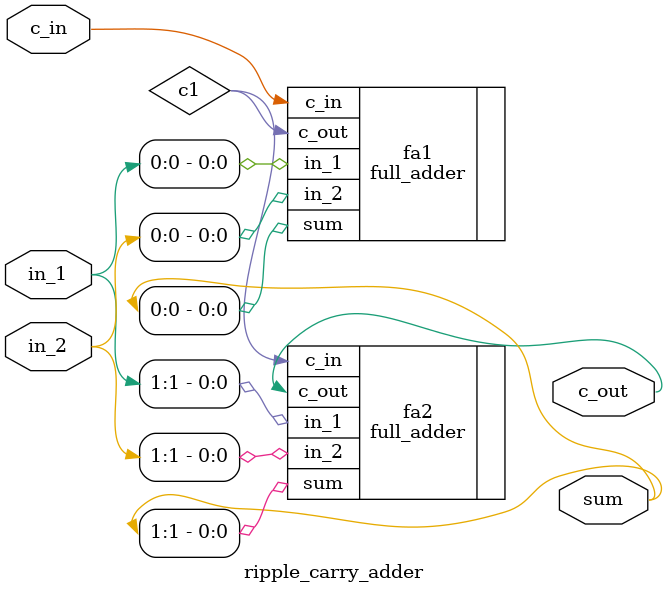
<source format=v>

module ripple_carry_adder(in_1, in_2, c_in, sum, c_out);

	input [1:0] in_1, in_2;
	input c_in;
	output [1:0] sum;
	output c_out;
	
	wire c1;
	
	full_adder fa1(
		
		.in_1(in_1[0]),
		.in_2(in_2[0]),
		.c_in(c_in),
		.sum(sum[0]),
		.c_out(c1)
	
	);
	
	full_adder fa2(
	
		.in_1(in_1[1]),
		.in_2(in_2[1]),
		.c_in(c1),
		.sum(sum[1]),
		.c_out(c_out)
	);

endmodule
</source>
